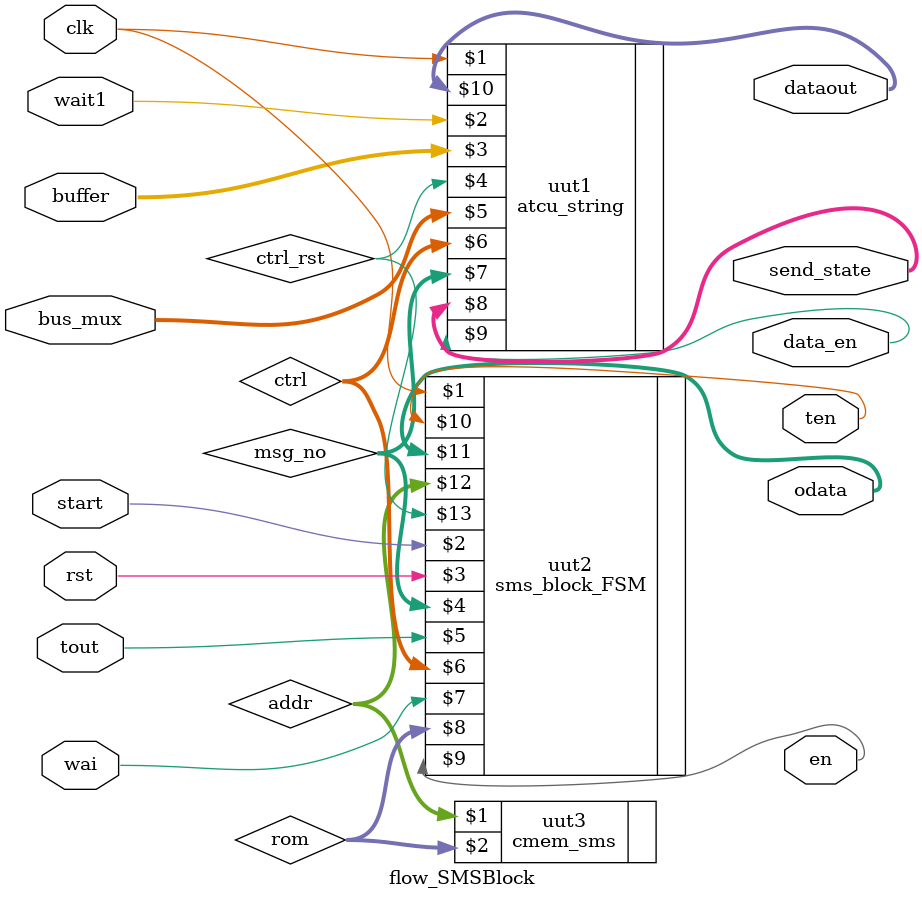
<source format=v>
`timescale 1ns / 1ps


module flow_SMSBlock(buffer,clk, rst, start, tout, wai, wait1,bus_mux,
                     en, ten, odata,
                     send_state, data_en , dataout
                     );
input [7:0]buffer;  // carries the output ans from module
input clk, rst, start, tout, wai;// for the UART bus
input wait1;// signal for the data to be ready at the output
input [2:0]bus_mux;
output  en, ten;    
output  [7:0]odata; // commds to the module
output  [2:0]send_state;
output  data_en;
output  [15:0]dataout;
//output reg [10*8-1:0]sender_no;
//output reg [16*8-1:0]msg;
wire [6:0] addr;
wire [7:0] rom;
wire [2:0]ctrl;
wire [8-1:0] msg_no;
wire ctrl_rst;


// gives the phone no. , sms data , message no. 
atcu_string uut1(  clk, wait1, buffer, ctrl_rst,bus_mux,// buffer from the UART block
               ctrl   ,  msg_no,
               send_state, data_en, dataout); // sent to the sms reception block
               //,sender_no      , msg
//feed msg no. get ctrl and 
sms_block_FSM uut2(clk, start, rst, msg_no, tout, ctrl,wai, rom,  //inputs
                         en, ten, odata, addr, ctrl_rst);                //outputs
cmem_sms uut3(addr,
      rom);

endmodule

</source>
